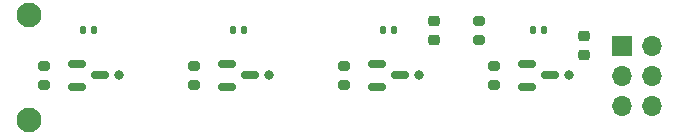
<source format=gbr>
%TF.GenerationSoftware,KiCad,Pcbnew,(6.0.6)*%
%TF.CreationDate,2022-08-04T21:15:32+02:00*%
%TF.ProjectId,Linearsensor,4c696e65-6172-4736-956e-736f722e6b69,rev?*%
%TF.SameCoordinates,Original*%
%TF.FileFunction,Soldermask,Top*%
%TF.FilePolarity,Negative*%
%FSLAX46Y46*%
G04 Gerber Fmt 4.6, Leading zero omitted, Abs format (unit mm)*
G04 Created by KiCad (PCBNEW (6.0.6)) date 2022-08-04 21:15:32*
%MOMM*%
%LPD*%
G01*
G04 APERTURE LIST*
G04 Aperture macros list*
%AMRoundRect*
0 Rectangle with rounded corners*
0 $1 Rounding radius*
0 $2 $3 $4 $5 $6 $7 $8 $9 X,Y pos of 4 corners*
0 Add a 4 corners polygon primitive as box body*
4,1,4,$2,$3,$4,$5,$6,$7,$8,$9,$2,$3,0*
0 Add four circle primitives for the rounded corners*
1,1,$1+$1,$2,$3*
1,1,$1+$1,$4,$5*
1,1,$1+$1,$6,$7*
1,1,$1+$1,$8,$9*
0 Add four rect primitives between the rounded corners*
20,1,$1+$1,$2,$3,$4,$5,0*
20,1,$1+$1,$4,$5,$6,$7,0*
20,1,$1+$1,$6,$7,$8,$9,0*
20,1,$1+$1,$8,$9,$2,$3,0*%
G04 Aperture macros list end*
%ADD10RoundRect,0.200000X-0.275000X0.200000X-0.275000X-0.200000X0.275000X-0.200000X0.275000X0.200000X0*%
%ADD11RoundRect,0.218750X0.256250X-0.218750X0.256250X0.218750X-0.256250X0.218750X-0.256250X-0.218750X0*%
%ADD12RoundRect,0.150000X-0.587500X-0.150000X0.587500X-0.150000X0.587500X0.150000X-0.587500X0.150000X0*%
%ADD13RoundRect,0.140000X-0.140000X-0.170000X0.140000X-0.170000X0.140000X0.170000X-0.140000X0.170000X0*%
%ADD14C,2.100000*%
%ADD15R,1.700000X1.700000*%
%ADD16O,1.700000X1.700000*%
%ADD17C,0.800000*%
G04 APERTURE END LIST*
D10*
%TO.C,R2*%
X163830000Y-102045000D03*
X163830000Y-103695000D03*
%TD*%
D11*
%TO.C,D1*%
X184150000Y-101117500D03*
X184150000Y-99542500D03*
%TD*%
D10*
%TO.C,R4*%
X138430000Y-102045000D03*
X138430000Y-103695000D03*
%TD*%
%TO.C,R5*%
X175260000Y-98235000D03*
X175260000Y-99885000D03*
%TD*%
D12*
%TO.C,U3*%
X154002500Y-101920000D03*
X154002500Y-103820000D03*
X155877500Y-102870000D03*
%TD*%
D13*
%TO.C,C3*%
X154460000Y-99060000D03*
X155420000Y-99060000D03*
%TD*%
D10*
%TO.C,R1*%
X176530000Y-102045000D03*
X176530000Y-103695000D03*
%TD*%
D14*
%TO.C,H2*%
X137160000Y-106680000D03*
%TD*%
%TO.C,H1*%
X137160000Y-97790000D03*
%TD*%
D12*
%TO.C,U4*%
X141302500Y-101920000D03*
X141302500Y-103820000D03*
X143177500Y-102870000D03*
%TD*%
D15*
%TO.C,J2*%
X187390000Y-100345000D03*
D16*
X189930000Y-100345000D03*
X187390000Y-102885000D03*
X189930000Y-102885000D03*
X187390000Y-105425000D03*
X189930000Y-105425000D03*
%TD*%
D10*
%TO.C,R3*%
X151130000Y-102045000D03*
X151130000Y-103695000D03*
%TD*%
D11*
%TO.C,D2*%
X171450000Y-99847500D03*
X171450000Y-98272500D03*
%TD*%
D13*
%TO.C,C1*%
X179860000Y-99060000D03*
X180820000Y-99060000D03*
%TD*%
D12*
%TO.C,U2*%
X166702500Y-101920000D03*
X166702500Y-103820000D03*
X168577500Y-102870000D03*
%TD*%
%TO.C,U1*%
X179402500Y-101920000D03*
X179402500Y-103820000D03*
X181277500Y-102870000D03*
%TD*%
D13*
%TO.C,C2*%
X167160000Y-99060000D03*
X168120000Y-99060000D03*
%TD*%
%TO.C,C4*%
X141760000Y-99060000D03*
X142720000Y-99060000D03*
%TD*%
D17*
X182880000Y-102870000D03*
X170180000Y-102870000D03*
X144780000Y-102870000D03*
X157480000Y-102870000D03*
M02*

</source>
